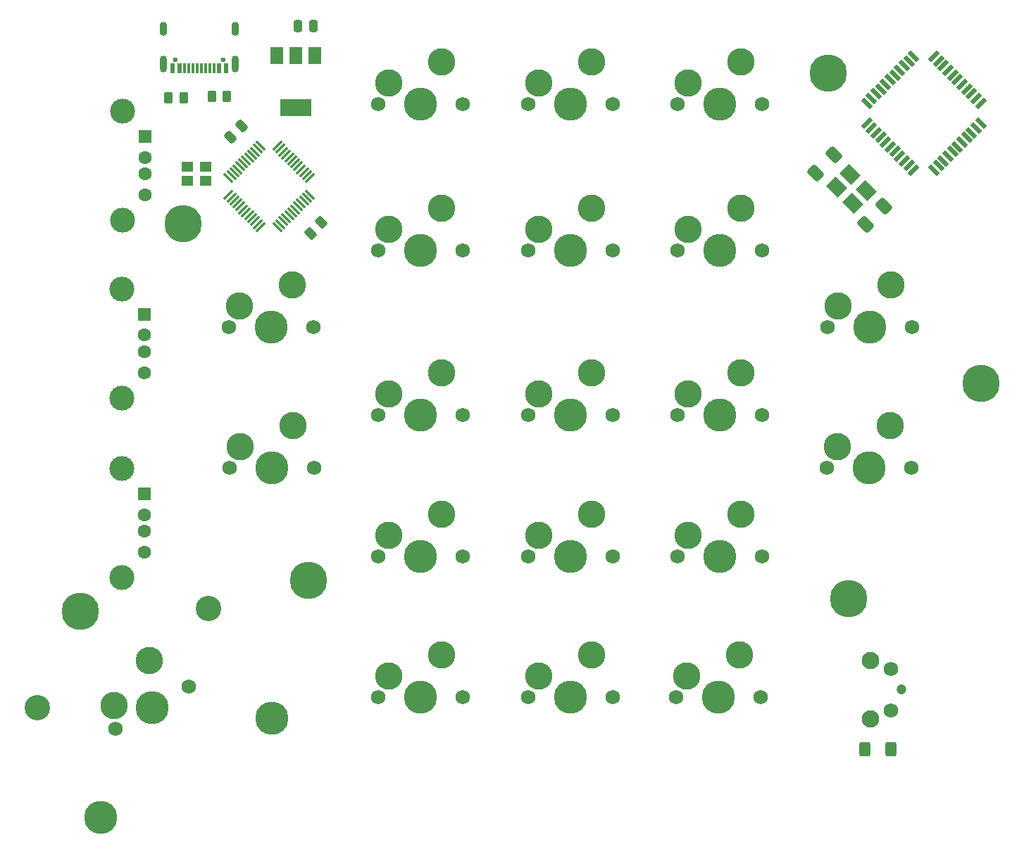
<source format=gts>
%TF.GenerationSoftware,KiCad,Pcbnew,(6.0.5)*%
%TF.CreationDate,2022-06-01T14:18:31+01:00*%
%TF.ProjectId,Project Fauxbow,50726f6a-6563-4742-9046-617578626f77,rev?*%
%TF.SameCoordinates,Original*%
%TF.FileFunction,Soldermask,Top*%
%TF.FilePolarity,Negative*%
%FSLAX46Y46*%
G04 Gerber Fmt 4.6, Leading zero omitted, Abs format (unit mm)*
G04 Created by KiCad (PCBNEW (6.0.5)) date 2022-06-01 14:18:31*
%MOMM*%
%LPD*%
G01*
G04 APERTURE LIST*
G04 Aperture macros list*
%AMRoundRect*
0 Rectangle with rounded corners*
0 $1 Rounding radius*
0 $2 $3 $4 $5 $6 $7 $8 $9 X,Y pos of 4 corners*
0 Add a 4 corners polygon primitive as box body*
4,1,4,$2,$3,$4,$5,$6,$7,$8,$9,$2,$3,0*
0 Add four circle primitives for the rounded corners*
1,1,$1+$1,$2,$3*
1,1,$1+$1,$4,$5*
1,1,$1+$1,$6,$7*
1,1,$1+$1,$8,$9*
0 Add four rect primitives between the rounded corners*
20,1,$1+$1,$2,$3,$4,$5,0*
20,1,$1+$1,$4,$5,$6,$7,0*
20,1,$1+$1,$6,$7,$8,$9,0*
20,1,$1+$1,$8,$9,$2,$3,0*%
%AMRotRect*
0 Rectangle, with rotation*
0 The origin of the aperture is its center*
0 $1 length*
0 $2 width*
0 $3 Rotation angle, in degrees counterclockwise*
0 Add horizontal line*
21,1,$1,$2,0,0,$3*%
G04 Aperture macros list end*
%ADD10RoundRect,0.250000X0.132583X-0.503814X0.503814X-0.132583X-0.132583X0.503814X-0.503814X0.132583X0*%
%ADD11RoundRect,0.250000X0.167938X-0.751301X0.751301X-0.167938X-0.167938X0.751301X-0.751301X0.167938X0*%
%ADD12RoundRect,0.075000X-0.521491X0.415425X0.415425X-0.521491X0.521491X-0.415425X-0.415425X0.521491X0*%
%ADD13RoundRect,0.075000X-0.521491X-0.415425X-0.415425X-0.521491X0.521491X0.415425X0.415425X0.521491X0*%
%ADD14C,4.500000*%
%ADD15RoundRect,0.250000X0.262500X0.450000X-0.262500X0.450000X-0.262500X-0.450000X0.262500X-0.450000X0*%
%ADD16RoundRect,0.250000X-0.250000X-0.475000X0.250000X-0.475000X0.250000X0.475000X-0.250000X0.475000X0*%
%ADD17RotRect,1.950000X1.650000X135.000000*%
%ADD18RoundRect,0.250000X-0.400000X-0.625000X0.400000X-0.625000X0.400000X0.625000X-0.400000X0.625000X0*%
%ADD19C,0.600000*%
%ADD20R,0.600000X1.160000*%
%ADD21R,0.300000X1.160000*%
%ADD22O,0.900000X1.700000*%
%ADD23O,0.900000X2.000000*%
%ADD24C,3.048000*%
%ADD25C,3.987800*%
%ADD26RotRect,1.500000X0.550000X315.000000*%
%ADD27RotRect,1.500000X0.550000X45.000000*%
%ADD28RoundRect,0.250000X0.159099X-0.512652X0.512652X-0.159099X-0.159099X0.512652X-0.512652X0.159099X0*%
%ADD29R,1.400000X1.200000*%
%ADD30R,1.600000X1.600000*%
%ADD31C,1.600000*%
%ADD32C,3.000000*%
%ADD33RoundRect,0.250000X-0.262500X-0.450000X0.262500X-0.450000X0.262500X0.450000X-0.262500X0.450000X0*%
%ADD34R,1.500000X2.000000*%
%ADD35R,3.800000X2.000000*%
%ADD36C,2.100000*%
%ADD37C,1.200000*%
%ADD38C,1.750000*%
%ADD39C,3.300000*%
G04 APERTURE END LIST*
D10*
%TO.C,R5*%
X178054765Y-86245235D03*
X179345235Y-84954765D03*
%TD*%
D11*
%TO.C,C1*%
X238795146Y-79004854D03*
X241004854Y-76795146D03*
%TD*%
D12*
%TO.C,U3*%
X172101212Y-75712124D03*
X171747658Y-76065678D03*
X171394105Y-76419231D03*
X171040551Y-76772785D03*
X170686998Y-77126338D03*
X170333445Y-77479891D03*
X169979891Y-77833445D03*
X169626338Y-78186998D03*
X169272785Y-78540551D03*
X168919231Y-78894105D03*
X168565678Y-79247658D03*
X168212124Y-79601212D03*
D13*
X168212124Y-81598788D03*
X168565678Y-81952342D03*
X168919231Y-82305895D03*
X169272785Y-82659449D03*
X169626338Y-83013002D03*
X169979891Y-83366555D03*
X170333445Y-83720109D03*
X170686998Y-84073662D03*
X171040551Y-84427215D03*
X171394105Y-84780769D03*
X171747658Y-85134322D03*
X172101212Y-85487876D03*
D12*
X174098788Y-85487876D03*
X174452342Y-85134322D03*
X174805895Y-84780769D03*
X175159449Y-84427215D03*
X175513002Y-84073662D03*
X175866555Y-83720109D03*
X176220109Y-83366555D03*
X176573662Y-83013002D03*
X176927215Y-82659449D03*
X177280769Y-82305895D03*
X177634322Y-81952342D03*
X177987876Y-81598788D03*
D13*
X177987876Y-79601212D03*
X177634322Y-79247658D03*
X177280769Y-78894105D03*
X176927215Y-78540551D03*
X176573662Y-78186998D03*
X176220109Y-77833445D03*
X175866555Y-77479891D03*
X175513002Y-77126338D03*
X175159449Y-76772785D03*
X174805895Y-76419231D03*
X174452342Y-76065678D03*
X174098788Y-75712124D03*
%TD*%
D14*
%TO.C,H1*%
X162800000Y-85100000D03*
%TD*%
D15*
%TO.C,R3*%
X162812500Y-69900000D03*
X160987500Y-69900000D03*
%TD*%
D16*
%TO.C,C3*%
X176550000Y-61300000D03*
X178450000Y-61300000D03*
%TD*%
D14*
%TO.C,H3*%
X177804668Y-128004668D03*
%TD*%
%TO.C,H2*%
X240300000Y-67000000D03*
%TD*%
D17*
%TO.C,Y1*%
X244850089Y-81094454D03*
X242905546Y-79149911D03*
X241349911Y-80705546D03*
X243294454Y-82650089D03*
%TD*%
D18*
%TO.C,R1*%
X244750000Y-148300000D03*
X247850000Y-148300000D03*
%TD*%
D14*
%TO.C,H5*%
X258700000Y-104300000D03*
%TD*%
D19*
%TO.C,J1*%
X167590000Y-65350000D03*
X161810000Y-65350000D03*
D20*
X167900000Y-66410000D03*
X167100000Y-66410000D03*
D21*
X165950000Y-66410000D03*
X164950000Y-66410000D03*
X164450000Y-66410000D03*
X163450000Y-66410000D03*
D20*
X162300000Y-66410000D03*
X161500000Y-66410000D03*
X161500000Y-66410000D03*
X162300000Y-66410000D03*
D21*
X162950000Y-66410000D03*
X163950000Y-66410000D03*
X165450000Y-66410000D03*
X166450000Y-66410000D03*
D20*
X167100000Y-66410000D03*
X167900000Y-66410000D03*
D22*
X160380000Y-61660000D03*
D23*
X160380000Y-65830000D03*
X169020000Y-65830000D03*
D22*
X169020000Y-61660000D03*
%TD*%
D24*
%TO.C,REF\u002A\u002A*%
X145201053Y-143308606D03*
D25*
X152821053Y-156506833D03*
D24*
X165823283Y-131402356D03*
D25*
X173443283Y-144600583D03*
%TD*%
D26*
%TO.C,U1*%
X250597918Y-64941064D03*
X250032233Y-65506750D03*
X249466548Y-66072435D03*
X248900862Y-66638120D03*
X248335177Y-67203806D03*
X247769491Y-67769491D03*
X247203806Y-68335177D03*
X246638120Y-68900862D03*
X246072435Y-69466548D03*
X245506750Y-70032233D03*
X244941064Y-70597918D03*
D27*
X244941064Y-73002082D03*
X245506750Y-73567767D03*
X246072435Y-74133452D03*
X246638120Y-74699138D03*
X247203806Y-75264823D03*
X247769491Y-75830509D03*
X248335177Y-76396194D03*
X248900862Y-76961880D03*
X249466548Y-77527565D03*
X250032233Y-78093250D03*
X250597918Y-78658936D03*
D26*
X253002082Y-78658936D03*
X253567767Y-78093250D03*
X254133452Y-77527565D03*
X254699138Y-76961880D03*
X255264823Y-76396194D03*
X255830509Y-75830509D03*
X256396194Y-75264823D03*
X256961880Y-74699138D03*
X257527565Y-74133452D03*
X258093250Y-73567767D03*
X258658936Y-73002082D03*
D27*
X258658936Y-70597918D03*
X258093250Y-70032233D03*
X257527565Y-69466548D03*
X256961880Y-68900862D03*
X256396194Y-68335177D03*
X255830509Y-67769491D03*
X255264823Y-67203806D03*
X254699138Y-66638120D03*
X254133452Y-66072435D03*
X253567767Y-65506750D03*
X253002082Y-64941064D03*
%TD*%
D14*
%TO.C,H4*%
X242804668Y-130204668D03*
%TD*%
D28*
%TO.C,C4*%
X168428249Y-74671751D03*
X169771751Y-73328249D03*
%TD*%
D29*
%TO.C,Y2*%
X165500000Y-78250000D03*
X163300000Y-78250000D03*
X163300000Y-79950000D03*
X165500000Y-79950000D03*
%TD*%
D30*
%TO.C,J3*%
X158090000Y-96000000D03*
D31*
X158090000Y-98500000D03*
X158090000Y-100500000D03*
X158090000Y-103000000D03*
D32*
X155380000Y-106070000D03*
X155380000Y-92930000D03*
%TD*%
D33*
%TO.C,R4*%
X166187500Y-69800000D03*
X168012500Y-69800000D03*
%TD*%
D11*
%TO.C,C2*%
X244795146Y-85204854D03*
X247004854Y-82995146D03*
%TD*%
D34*
%TO.C,U2*%
X178600000Y-64850000D03*
D35*
X176300000Y-71150000D03*
D34*
X176300000Y-64850000D03*
X174000000Y-64850000D03*
%TD*%
D36*
%TO.C,SW1*%
X245397500Y-137675000D03*
D37*
X249097500Y-141175000D03*
D36*
X245397500Y-144685000D03*
D38*
X247887500Y-138675000D03*
X247887500Y-143675000D03*
%TD*%
D30*
%TO.C,J4*%
X158190000Y-74600000D03*
D31*
X158190000Y-77100000D03*
X158190000Y-79100000D03*
X158190000Y-81600000D03*
D32*
X155480000Y-84670000D03*
X155480000Y-71530000D03*
%TD*%
D30*
%TO.C,J2*%
X158090000Y-117600000D03*
D31*
X158090000Y-120100000D03*
X158090000Y-122100000D03*
X158090000Y-124600000D03*
D32*
X155380000Y-114530000D03*
X155380000Y-127670000D03*
%TD*%
D14*
%TO.C,H6*%
X150400000Y-131700000D03*
%TD*%
D25*
%TO.C,K3*%
X191300000Y-108100000D03*
D38*
X186220000Y-108100000D03*
X196380000Y-108100000D03*
D39*
X187490000Y-105560000D03*
X193840000Y-103020000D03*
%TD*%
D25*
%TO.C,K2*%
X191300000Y-88300000D03*
D38*
X196380000Y-88300000D03*
X186220000Y-88300000D03*
D39*
X187490000Y-85760000D03*
X193840000Y-83220000D03*
%TD*%
D38*
%TO.C,K15*%
X232165000Y-142100000D03*
X222005000Y-142100000D03*
D25*
X227085000Y-142100000D03*
D39*
X223275000Y-139560000D03*
X229625000Y-137020000D03*
%TD*%
D38*
%TO.C,K18*%
X240220000Y-97500000D03*
X250380000Y-97500000D03*
D25*
X245300000Y-97500000D03*
D39*
X241490000Y-94960000D03*
X247840000Y-92420000D03*
%TD*%
D25*
%TO.C,K20*%
X159035048Y-143371440D03*
D38*
X163434457Y-140831440D03*
X154635639Y-145911440D03*
D39*
X154465491Y-143076735D03*
X158694753Y-137702031D03*
%TD*%
D38*
%TO.C,K5*%
X196380000Y-142100000D03*
D25*
X191300000Y-142100000D03*
D38*
X186220000Y-142100000D03*
D39*
X187490000Y-139560000D03*
X193840000Y-137020000D03*
%TD*%
D25*
%TO.C,K8*%
X209300000Y-108100000D03*
D38*
X214380000Y-108100000D03*
X204220000Y-108100000D03*
D39*
X205490000Y-105560000D03*
X211840000Y-103020000D03*
%TD*%
D38*
%TO.C,K9*%
X204220000Y-125100000D03*
D25*
X209300000Y-125100000D03*
D38*
X214380000Y-125100000D03*
D39*
X205490000Y-122560000D03*
X211840000Y-120020000D03*
%TD*%
D38*
%TO.C,K16*%
X178380000Y-97500000D03*
X168220000Y-97500000D03*
D25*
X173300000Y-97500000D03*
D39*
X169490000Y-94960000D03*
X175840000Y-92420000D03*
%TD*%
D38*
%TO.C,K17*%
X168315000Y-114500000D03*
X178475000Y-114500000D03*
D25*
X173395000Y-114500000D03*
D39*
X169585000Y-111960000D03*
X175935000Y-109420000D03*
%TD*%
D38*
%TO.C,K12*%
X232380000Y-88300000D03*
D25*
X227300000Y-88300000D03*
D38*
X222220000Y-88300000D03*
D39*
X223490000Y-85760000D03*
X229840000Y-83220000D03*
%TD*%
D38*
%TO.C,K1*%
X186220000Y-70700000D03*
X196380000Y-70700000D03*
D25*
X191300000Y-70700000D03*
D39*
X187490000Y-68160000D03*
X193840000Y-65620000D03*
%TD*%
D38*
%TO.C,K4*%
X196380000Y-125100000D03*
X186220000Y-125100000D03*
D25*
X191300000Y-125100000D03*
D39*
X187490000Y-122560000D03*
X193840000Y-120020000D03*
%TD*%
D38*
%TO.C,K10*%
X214380000Y-142100000D03*
X204220000Y-142100000D03*
D25*
X209300000Y-142100000D03*
D39*
X205490000Y-139560000D03*
X211840000Y-137020000D03*
%TD*%
D38*
%TO.C,K6*%
X204220000Y-70700000D03*
X214380000Y-70700000D03*
D25*
X209300000Y-70700000D03*
D39*
X205490000Y-68160000D03*
X211840000Y-65620000D03*
%TD*%
D25*
%TO.C,K7*%
X209300000Y-88300000D03*
D38*
X204220000Y-88300000D03*
X214380000Y-88300000D03*
D39*
X205490000Y-85760000D03*
X211840000Y-83220000D03*
%TD*%
D38*
%TO.C,K14*%
X222220000Y-125100000D03*
D25*
X227300000Y-125100000D03*
D38*
X232380000Y-125100000D03*
D39*
X223490000Y-122560000D03*
X229840000Y-120020000D03*
%TD*%
D38*
%TO.C,K11*%
X232380000Y-70700000D03*
D25*
X227300000Y-70700000D03*
D38*
X222220000Y-70700000D03*
D39*
X223490000Y-68160000D03*
X229840000Y-65620000D03*
%TD*%
D38*
%TO.C,K19*%
X250315000Y-114500000D03*
X240155000Y-114500000D03*
D25*
X245235000Y-114500000D03*
D39*
X241425000Y-111960000D03*
X247775000Y-109420000D03*
%TD*%
D38*
%TO.C,K13*%
X222220000Y-108100000D03*
X232380000Y-108100000D03*
D25*
X227300000Y-108100000D03*
D39*
X223490000Y-105560000D03*
X229840000Y-103020000D03*
%TD*%
M02*

</source>
